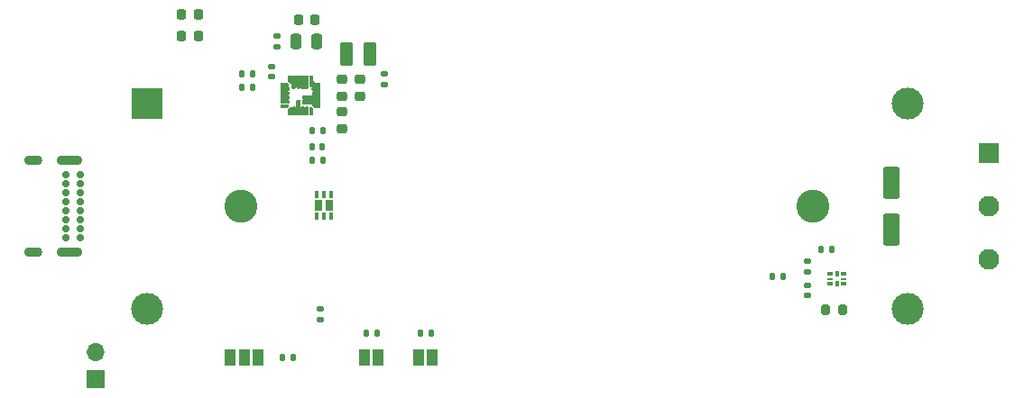
<source format=gts>
%TF.GenerationSoftware,KiCad,Pcbnew,(6.0.7-1)-1*%
%TF.CreationDate,2023-01-10T14:36:04-05:00*%
%TF.ProjectId,LiIonUtilityBoard,4c69496f-6e55-4746-996c-697479426f61,rev?*%
%TF.SameCoordinates,Original*%
%TF.FileFunction,Soldermask,Top*%
%TF.FilePolarity,Negative*%
%FSLAX46Y46*%
G04 Gerber Fmt 4.6, Leading zero omitted, Abs format (unit mm)*
G04 Created by KiCad (PCBNEW (6.0.7-1)-1) date 2023-01-10 14:36:04*
%MOMM*%
%LPD*%
G01*
G04 APERTURE LIST*
G04 Aperture macros list*
%AMRoundRect*
0 Rectangle with rounded corners*
0 $1 Rounding radius*
0 $2 $3 $4 $5 $6 $7 $8 $9 X,Y pos of 4 corners*
0 Add a 4 corners polygon primitive as box body*
4,1,4,$2,$3,$4,$5,$6,$7,$8,$9,$2,$3,0*
0 Add four circle primitives for the rounded corners*
1,1,$1+$1,$2,$3*
1,1,$1+$1,$4,$5*
1,1,$1+$1,$6,$7*
1,1,$1+$1,$8,$9*
0 Add four rect primitives between the rounded corners*
20,1,$1+$1,$2,$3,$4,$5,0*
20,1,$1+$1,$4,$5,$6,$7,0*
20,1,$1+$1,$6,$7,$8,$9,0*
20,1,$1+$1,$8,$9,$2,$3,0*%
G04 Aperture macros list end*
%ADD10C,0.010000*%
%ADD11RoundRect,0.250000X-0.550000X1.250000X-0.550000X-1.250000X0.550000X-1.250000X0.550000X1.250000X0*%
%ADD12RoundRect,0.218750X-0.218750X-0.256250X0.218750X-0.256250X0.218750X0.256250X-0.218750X0.256250X0*%
%ADD13R,0.580000X0.300000*%
%ADD14R,0.580000X0.250000*%
%ADD15R,0.350000X0.630000*%
%ADD16RoundRect,0.140000X0.140000X0.170000X-0.140000X0.170000X-0.140000X-0.170000X0.140000X-0.170000X0*%
%ADD17RoundRect,0.135000X-0.135000X-0.185000X0.135000X-0.185000X0.135000X0.185000X-0.135000X0.185000X0*%
%ADD18RoundRect,0.225000X0.250000X-0.225000X0.250000X0.225000X-0.250000X0.225000X-0.250000X-0.225000X0*%
%ADD19R,1.000000X1.500000*%
%ADD20RoundRect,0.225000X-0.225000X-0.250000X0.225000X-0.250000X0.225000X0.250000X-0.225000X0.250000X0*%
%ADD21RoundRect,0.225000X-0.250000X0.225000X-0.250000X-0.225000X0.250000X-0.225000X0.250000X0.225000X0*%
%ADD22RoundRect,0.250000X0.375000X0.850000X-0.375000X0.850000X-0.375000X-0.850000X0.375000X-0.850000X0*%
%ADD23RoundRect,0.135000X0.135000X0.185000X-0.135000X0.185000X-0.135000X-0.185000X0.135000X-0.185000X0*%
%ADD24RoundRect,0.250000X-0.250000X-0.475000X0.250000X-0.475000X0.250000X0.475000X-0.250000X0.475000X0*%
%ADD25RoundRect,0.140000X-0.170000X0.140000X-0.170000X-0.140000X0.170000X-0.140000X0.170000X0.140000X0*%
%ADD26RoundRect,0.135000X0.185000X-0.135000X0.185000X0.135000X-0.185000X0.135000X-0.185000X-0.135000X0*%
%ADD27C,0.700000*%
%ADD28O,2.400000X0.900000*%
%ADD29O,1.700000X0.900000*%
%ADD30RoundRect,0.200000X-0.200000X-0.275000X0.200000X-0.275000X0.200000X0.275000X-0.200000X0.275000X0*%
%ADD31R,1.950000X1.950000*%
%ADD32C,1.950000*%
%ADD33RoundRect,0.012800X-0.147200X0.332200X-0.147200X-0.332200X0.147200X-0.332200X0.147200X0.332200X0*%
%ADD34RoundRect,0.012800X0.147200X-0.332200X0.147200X0.332200X-0.147200X0.332200X-0.147200X-0.332200X0*%
%ADD35R,0.670000X1.000000*%
%ADD36C,3.100000*%
%ADD37R,3.000000X3.000000*%
%ADD38C,3.000000*%
%ADD39R,1.700000X1.700000*%
%ADD40O,1.700000X1.700000*%
G04 APERTURE END LIST*
G36*
X114532000Y-55912000D02*
G01*
X112999000Y-55912000D01*
X112991000Y-55911000D01*
X112984000Y-55910000D01*
X112976000Y-55909000D01*
X112968000Y-55907000D01*
X112961000Y-55905000D01*
X112953000Y-55902000D01*
X112939000Y-55896000D01*
X112925000Y-55888000D01*
X112919000Y-55883000D01*
X112913000Y-55879000D01*
X112907000Y-55873000D01*
X112901000Y-55868000D01*
X112896000Y-55862000D01*
X112890000Y-55856000D01*
X112886000Y-55850000D01*
X112881000Y-55844000D01*
X112873000Y-55830000D01*
X112867000Y-55816000D01*
X112864000Y-55808000D01*
X112862000Y-55801000D01*
X112860000Y-55793000D01*
X112859000Y-55785000D01*
X112858000Y-55778000D01*
X112857000Y-55770000D01*
X112857000Y-55704000D01*
X112858000Y-55696000D01*
X112859000Y-55689000D01*
X112860000Y-55681000D01*
X112862000Y-55673000D01*
X112864000Y-55666000D01*
X112867000Y-55658000D01*
X112873000Y-55644000D01*
X112881000Y-55630000D01*
X112886000Y-55624000D01*
X112890000Y-55618000D01*
X112896000Y-55612000D01*
X112901000Y-55606000D01*
X112907000Y-55601000D01*
X112913000Y-55595000D01*
X112919000Y-55591000D01*
X112925000Y-55586000D01*
X112939000Y-55578000D01*
X112953000Y-55572000D01*
X112961000Y-55569000D01*
X112968000Y-55567000D01*
X112976000Y-55565000D01*
X112984000Y-55564000D01*
X112991000Y-55563000D01*
X112999000Y-55562000D01*
X113782000Y-55562000D01*
X113782000Y-55354000D01*
X113783000Y-55346000D01*
X113784000Y-55339000D01*
X113785000Y-55331000D01*
X113787000Y-55323000D01*
X113789000Y-55316000D01*
X113792000Y-55308000D01*
X113798000Y-55294000D01*
X113806000Y-55280000D01*
X113811000Y-55274000D01*
X113815000Y-55268000D01*
X113821000Y-55262000D01*
X113826000Y-55256000D01*
X113832000Y-55251000D01*
X113838000Y-55245000D01*
X113844000Y-55241000D01*
X113850000Y-55236000D01*
X113864000Y-55228000D01*
X113878000Y-55222000D01*
X113886000Y-55219000D01*
X113893000Y-55217000D01*
X113901000Y-55215000D01*
X113909000Y-55214000D01*
X113916000Y-55213000D01*
X113924000Y-55212000D01*
X114532000Y-55212000D01*
X114532000Y-55912000D01*
G37*
D10*
X114532000Y-55912000D02*
X112999000Y-55912000D01*
X112991000Y-55911000D01*
X112984000Y-55910000D01*
X112976000Y-55909000D01*
X112968000Y-55907000D01*
X112961000Y-55905000D01*
X112953000Y-55902000D01*
X112939000Y-55896000D01*
X112925000Y-55888000D01*
X112919000Y-55883000D01*
X112913000Y-55879000D01*
X112907000Y-55873000D01*
X112901000Y-55868000D01*
X112896000Y-55862000D01*
X112890000Y-55856000D01*
X112886000Y-55850000D01*
X112881000Y-55844000D01*
X112873000Y-55830000D01*
X112867000Y-55816000D01*
X112864000Y-55808000D01*
X112862000Y-55801000D01*
X112860000Y-55793000D01*
X112859000Y-55785000D01*
X112858000Y-55778000D01*
X112857000Y-55770000D01*
X112857000Y-55704000D01*
X112858000Y-55696000D01*
X112859000Y-55689000D01*
X112860000Y-55681000D01*
X112862000Y-55673000D01*
X112864000Y-55666000D01*
X112867000Y-55658000D01*
X112873000Y-55644000D01*
X112881000Y-55630000D01*
X112886000Y-55624000D01*
X112890000Y-55618000D01*
X112896000Y-55612000D01*
X112901000Y-55606000D01*
X112907000Y-55601000D01*
X112913000Y-55595000D01*
X112919000Y-55591000D01*
X112925000Y-55586000D01*
X112939000Y-55578000D01*
X112953000Y-55572000D01*
X112961000Y-55569000D01*
X112968000Y-55567000D01*
X112976000Y-55565000D01*
X112984000Y-55564000D01*
X112991000Y-55563000D01*
X112999000Y-55562000D01*
X113782000Y-55562000D01*
X113782000Y-55354000D01*
X113783000Y-55346000D01*
X113784000Y-55339000D01*
X113785000Y-55331000D01*
X113787000Y-55323000D01*
X113789000Y-55316000D01*
X113792000Y-55308000D01*
X113798000Y-55294000D01*
X113806000Y-55280000D01*
X113811000Y-55274000D01*
X113815000Y-55268000D01*
X113821000Y-55262000D01*
X113826000Y-55256000D01*
X113832000Y-55251000D01*
X113838000Y-55245000D01*
X113844000Y-55241000D01*
X113850000Y-55236000D01*
X113864000Y-55228000D01*
X113878000Y-55222000D01*
X113886000Y-55219000D01*
X113893000Y-55217000D01*
X113901000Y-55215000D01*
X113909000Y-55214000D01*
X113916000Y-55213000D01*
X113924000Y-55212000D01*
X114532000Y-55212000D01*
X114532000Y-55912000D01*
G36*
X113832000Y-56824000D02*
G01*
X113832000Y-57412000D01*
X113532000Y-57412000D01*
X113532000Y-56687000D01*
X113695000Y-56687000D01*
X113832000Y-56824000D01*
G37*
X113832000Y-56824000D02*
X113832000Y-57412000D01*
X113532000Y-57412000D01*
X113532000Y-56687000D01*
X113695000Y-56687000D01*
X113832000Y-56824000D01*
G36*
X111473000Y-54813000D02*
G01*
X111480000Y-54814000D01*
X111488000Y-54815000D01*
X111496000Y-54817000D01*
X111503000Y-54819000D01*
X111511000Y-54822000D01*
X111525000Y-54828000D01*
X111539000Y-54836000D01*
X111545000Y-54841000D01*
X111551000Y-54845000D01*
X111557000Y-54851000D01*
X111563000Y-54856000D01*
X111568000Y-54862000D01*
X111574000Y-54868000D01*
X111578000Y-54874000D01*
X111583000Y-54880000D01*
X111591000Y-54894000D01*
X111597000Y-54908000D01*
X111600000Y-54916000D01*
X111602000Y-54923000D01*
X111604000Y-54931000D01*
X111605000Y-54939000D01*
X111606000Y-54946000D01*
X111607000Y-54954000D01*
X111607000Y-54970000D01*
X111606000Y-54978000D01*
X111605000Y-54985000D01*
X111604000Y-54993000D01*
X111602000Y-55001000D01*
X111600000Y-55008000D01*
X111597000Y-55016000D01*
X111591000Y-55030000D01*
X111583000Y-55044000D01*
X111578000Y-55050000D01*
X111574000Y-55056000D01*
X111568000Y-55062000D01*
X111563000Y-55068000D01*
X111557000Y-55073000D01*
X111551000Y-55079000D01*
X111545000Y-55083000D01*
X111539000Y-55088000D01*
X111525000Y-55096000D01*
X111511000Y-55102000D01*
X111503000Y-55105000D01*
X111496000Y-55107000D01*
X111488000Y-55109000D01*
X111480000Y-55110000D01*
X111473000Y-55111000D01*
X111465000Y-55112000D01*
X110832000Y-55112000D01*
X110832000Y-54812000D01*
X111465000Y-54812000D01*
X111473000Y-54813000D01*
G37*
X111473000Y-54813000D02*
X111480000Y-54814000D01*
X111488000Y-54815000D01*
X111496000Y-54817000D01*
X111503000Y-54819000D01*
X111511000Y-54822000D01*
X111525000Y-54828000D01*
X111539000Y-54836000D01*
X111545000Y-54841000D01*
X111551000Y-54845000D01*
X111557000Y-54851000D01*
X111563000Y-54856000D01*
X111568000Y-54862000D01*
X111574000Y-54868000D01*
X111578000Y-54874000D01*
X111583000Y-54880000D01*
X111591000Y-54894000D01*
X111597000Y-54908000D01*
X111600000Y-54916000D01*
X111602000Y-54923000D01*
X111604000Y-54931000D01*
X111605000Y-54939000D01*
X111606000Y-54946000D01*
X111607000Y-54954000D01*
X111607000Y-54970000D01*
X111606000Y-54978000D01*
X111605000Y-54985000D01*
X111604000Y-54993000D01*
X111602000Y-55001000D01*
X111600000Y-55008000D01*
X111597000Y-55016000D01*
X111591000Y-55030000D01*
X111583000Y-55044000D01*
X111578000Y-55050000D01*
X111574000Y-55056000D01*
X111568000Y-55062000D01*
X111563000Y-55068000D01*
X111557000Y-55073000D01*
X111551000Y-55079000D01*
X111545000Y-55083000D01*
X111539000Y-55088000D01*
X111525000Y-55096000D01*
X111511000Y-55102000D01*
X111503000Y-55105000D01*
X111496000Y-55107000D01*
X111488000Y-55109000D01*
X111480000Y-55110000D01*
X111473000Y-55111000D01*
X111465000Y-55112000D01*
X110832000Y-55112000D01*
X110832000Y-54812000D01*
X111465000Y-54812000D01*
X111473000Y-54813000D01*
G36*
X113832000Y-54187000D02*
G01*
X114057000Y-54412000D01*
X114532000Y-54412000D01*
X114532000Y-54712000D01*
X113674000Y-54712000D01*
X113666000Y-54711000D01*
X113659000Y-54710000D01*
X113651000Y-54709000D01*
X113643000Y-54707000D01*
X113636000Y-54705000D01*
X113628000Y-54702000D01*
X113614000Y-54696000D01*
X113600000Y-54688000D01*
X113594000Y-54683000D01*
X113588000Y-54679000D01*
X113582000Y-54673000D01*
X113576000Y-54668000D01*
X113571000Y-54662000D01*
X113565000Y-54656000D01*
X113561000Y-54650000D01*
X113556000Y-54644000D01*
X113548000Y-54630000D01*
X113542000Y-54616000D01*
X113539000Y-54608000D01*
X113537000Y-54601000D01*
X113535000Y-54593000D01*
X113534000Y-54585000D01*
X113533000Y-54578000D01*
X113532000Y-54570000D01*
X113532000Y-53712000D01*
X113832000Y-53712000D01*
X113832000Y-54187000D01*
G37*
X113832000Y-54187000D02*
X114057000Y-54412000D01*
X114532000Y-54412000D01*
X114532000Y-54712000D01*
X113674000Y-54712000D01*
X113666000Y-54711000D01*
X113659000Y-54710000D01*
X113651000Y-54709000D01*
X113643000Y-54707000D01*
X113636000Y-54705000D01*
X113628000Y-54702000D01*
X113614000Y-54696000D01*
X113600000Y-54688000D01*
X113594000Y-54683000D01*
X113588000Y-54679000D01*
X113582000Y-54673000D01*
X113576000Y-54668000D01*
X113571000Y-54662000D01*
X113565000Y-54656000D01*
X113561000Y-54650000D01*
X113556000Y-54644000D01*
X113548000Y-54630000D01*
X113542000Y-54616000D01*
X113539000Y-54608000D01*
X113537000Y-54601000D01*
X113535000Y-54593000D01*
X113534000Y-54585000D01*
X113533000Y-54578000D01*
X113532000Y-54570000D01*
X113532000Y-53712000D01*
X113832000Y-53712000D01*
X113832000Y-54187000D01*
G36*
X112232000Y-54745000D02*
G01*
X112231000Y-54753000D01*
X112230000Y-54760000D01*
X112229000Y-54768000D01*
X112227000Y-54776000D01*
X112225000Y-54783000D01*
X112222000Y-54791000D01*
X112216000Y-54805000D01*
X112208000Y-54819000D01*
X112203000Y-54825000D01*
X112199000Y-54831000D01*
X112193000Y-54837000D01*
X112188000Y-54843000D01*
X112182000Y-54848000D01*
X112176000Y-54854000D01*
X112170000Y-54858000D01*
X112164000Y-54863000D01*
X112150000Y-54871000D01*
X112136000Y-54877000D01*
X112128000Y-54880000D01*
X112121000Y-54882000D01*
X112113000Y-54884000D01*
X112105000Y-54885000D01*
X112098000Y-54886000D01*
X112090000Y-54887000D01*
X112024000Y-54887000D01*
X112016000Y-54886000D01*
X112009000Y-54885000D01*
X112001000Y-54884000D01*
X111993000Y-54882000D01*
X111986000Y-54880000D01*
X111978000Y-54877000D01*
X111964000Y-54871000D01*
X111950000Y-54863000D01*
X111944000Y-54858000D01*
X111938000Y-54854000D01*
X111932000Y-54848000D01*
X111926000Y-54843000D01*
X111921000Y-54837000D01*
X111915000Y-54831000D01*
X111911000Y-54825000D01*
X111906000Y-54819000D01*
X111898000Y-54805000D01*
X111892000Y-54791000D01*
X111889000Y-54783000D01*
X111887000Y-54776000D01*
X111885000Y-54768000D01*
X111884000Y-54760000D01*
X111883000Y-54753000D01*
X111882000Y-54745000D01*
X111882000Y-54412000D01*
X111669000Y-54412000D01*
X111532000Y-54275000D01*
X111532000Y-53712000D01*
X112232000Y-53712000D01*
X112232000Y-54745000D01*
G37*
X112232000Y-54745000D02*
X112231000Y-54753000D01*
X112230000Y-54760000D01*
X112229000Y-54768000D01*
X112227000Y-54776000D01*
X112225000Y-54783000D01*
X112222000Y-54791000D01*
X112216000Y-54805000D01*
X112208000Y-54819000D01*
X112203000Y-54825000D01*
X112199000Y-54831000D01*
X112193000Y-54837000D01*
X112188000Y-54843000D01*
X112182000Y-54848000D01*
X112176000Y-54854000D01*
X112170000Y-54858000D01*
X112164000Y-54863000D01*
X112150000Y-54871000D01*
X112136000Y-54877000D01*
X112128000Y-54880000D01*
X112121000Y-54882000D01*
X112113000Y-54884000D01*
X112105000Y-54885000D01*
X112098000Y-54886000D01*
X112090000Y-54887000D01*
X112024000Y-54887000D01*
X112016000Y-54886000D01*
X112009000Y-54885000D01*
X112001000Y-54884000D01*
X111993000Y-54882000D01*
X111986000Y-54880000D01*
X111978000Y-54877000D01*
X111964000Y-54871000D01*
X111950000Y-54863000D01*
X111944000Y-54858000D01*
X111938000Y-54854000D01*
X111932000Y-54848000D01*
X111926000Y-54843000D01*
X111921000Y-54837000D01*
X111915000Y-54831000D01*
X111911000Y-54825000D01*
X111906000Y-54819000D01*
X111898000Y-54805000D01*
X111892000Y-54791000D01*
X111889000Y-54783000D01*
X111887000Y-54776000D01*
X111885000Y-54768000D01*
X111884000Y-54760000D01*
X111883000Y-54753000D01*
X111882000Y-54745000D01*
X111882000Y-54412000D01*
X111669000Y-54412000D01*
X111532000Y-54275000D01*
X111532000Y-53712000D01*
X112232000Y-53712000D01*
X112232000Y-54745000D01*
G36*
X112898000Y-56638000D02*
G01*
X112905000Y-56639000D01*
X112913000Y-56640000D01*
X112921000Y-56642000D01*
X112928000Y-56644000D01*
X112936000Y-56647000D01*
X112950000Y-56653000D01*
X112964000Y-56661000D01*
X112970000Y-56666000D01*
X112976000Y-56670000D01*
X112982000Y-56676000D01*
X112988000Y-56681000D01*
X112993000Y-56687000D01*
X112999000Y-56693000D01*
X113003000Y-56699000D01*
X113008000Y-56705000D01*
X113016000Y-56719000D01*
X113022000Y-56733000D01*
X113025000Y-56741000D01*
X113027000Y-56748000D01*
X113029000Y-56756000D01*
X113030000Y-56764000D01*
X113031000Y-56771000D01*
X113032000Y-56779000D01*
X113032000Y-57412000D01*
X112732000Y-57412000D01*
X112732000Y-56779000D01*
X112733000Y-56771000D01*
X112734000Y-56764000D01*
X112735000Y-56756000D01*
X112737000Y-56748000D01*
X112739000Y-56741000D01*
X112742000Y-56733000D01*
X112748000Y-56719000D01*
X112756000Y-56705000D01*
X112761000Y-56699000D01*
X112765000Y-56693000D01*
X112771000Y-56687000D01*
X112776000Y-56681000D01*
X112782000Y-56676000D01*
X112788000Y-56670000D01*
X112794000Y-56666000D01*
X112800000Y-56661000D01*
X112814000Y-56653000D01*
X112828000Y-56647000D01*
X112836000Y-56644000D01*
X112843000Y-56642000D01*
X112851000Y-56640000D01*
X112859000Y-56639000D01*
X112866000Y-56638000D01*
X112874000Y-56637000D01*
X112890000Y-56637000D01*
X112898000Y-56638000D01*
G37*
X112898000Y-56638000D02*
X112905000Y-56639000D01*
X112913000Y-56640000D01*
X112921000Y-56642000D01*
X112928000Y-56644000D01*
X112936000Y-56647000D01*
X112950000Y-56653000D01*
X112964000Y-56661000D01*
X112970000Y-56666000D01*
X112976000Y-56670000D01*
X112982000Y-56676000D01*
X112988000Y-56681000D01*
X112993000Y-56687000D01*
X112999000Y-56693000D01*
X113003000Y-56699000D01*
X113008000Y-56705000D01*
X113016000Y-56719000D01*
X113022000Y-56733000D01*
X113025000Y-56741000D01*
X113027000Y-56748000D01*
X113029000Y-56756000D01*
X113030000Y-56764000D01*
X113031000Y-56771000D01*
X113032000Y-56779000D01*
X113032000Y-57412000D01*
X112732000Y-57412000D01*
X112732000Y-56779000D01*
X112733000Y-56771000D01*
X112734000Y-56764000D01*
X112735000Y-56756000D01*
X112737000Y-56748000D01*
X112739000Y-56741000D01*
X112742000Y-56733000D01*
X112748000Y-56719000D01*
X112756000Y-56705000D01*
X112761000Y-56699000D01*
X112765000Y-56693000D01*
X112771000Y-56687000D01*
X112776000Y-56681000D01*
X112782000Y-56676000D01*
X112788000Y-56670000D01*
X112794000Y-56666000D01*
X112800000Y-56661000D01*
X112814000Y-56653000D01*
X112828000Y-56647000D01*
X112836000Y-56644000D01*
X112843000Y-56642000D01*
X112851000Y-56640000D01*
X112859000Y-56639000D01*
X112866000Y-56638000D01*
X112874000Y-56637000D01*
X112890000Y-56637000D01*
X112898000Y-56638000D01*
G36*
X113432000Y-54745000D02*
G01*
X113431000Y-54753000D01*
X113430000Y-54760000D01*
X113429000Y-54768000D01*
X113427000Y-54776000D01*
X113425000Y-54783000D01*
X113422000Y-54791000D01*
X113416000Y-54805000D01*
X113408000Y-54819000D01*
X113403000Y-54825000D01*
X113399000Y-54831000D01*
X113393000Y-54837000D01*
X113388000Y-54843000D01*
X113382000Y-54848000D01*
X113376000Y-54854000D01*
X113370000Y-54858000D01*
X113364000Y-54863000D01*
X113350000Y-54871000D01*
X113336000Y-54877000D01*
X113328000Y-54880000D01*
X113321000Y-54882000D01*
X113313000Y-54884000D01*
X113305000Y-54885000D01*
X113298000Y-54886000D01*
X113290000Y-54887000D01*
X112874000Y-54887000D01*
X112866000Y-54886000D01*
X112859000Y-54885000D01*
X112851000Y-54884000D01*
X112843000Y-54882000D01*
X112836000Y-54880000D01*
X112828000Y-54877000D01*
X112814000Y-54871000D01*
X112800000Y-54863000D01*
X112794000Y-54858000D01*
X112788000Y-54854000D01*
X112782000Y-54848000D01*
X112776000Y-54843000D01*
X112771000Y-54837000D01*
X112765000Y-54831000D01*
X112761000Y-54825000D01*
X112756000Y-54819000D01*
X112748000Y-54805000D01*
X112742000Y-54791000D01*
X112739000Y-54783000D01*
X112737000Y-54776000D01*
X112735000Y-54768000D01*
X112734000Y-54760000D01*
X112733000Y-54753000D01*
X112732000Y-54745000D01*
X112732000Y-53712000D01*
X113432000Y-53712000D01*
X113432000Y-54745000D01*
G37*
X113432000Y-54745000D02*
X113431000Y-54753000D01*
X113430000Y-54760000D01*
X113429000Y-54768000D01*
X113427000Y-54776000D01*
X113425000Y-54783000D01*
X113422000Y-54791000D01*
X113416000Y-54805000D01*
X113408000Y-54819000D01*
X113403000Y-54825000D01*
X113399000Y-54831000D01*
X113393000Y-54837000D01*
X113388000Y-54843000D01*
X113382000Y-54848000D01*
X113376000Y-54854000D01*
X113370000Y-54858000D01*
X113364000Y-54863000D01*
X113350000Y-54871000D01*
X113336000Y-54877000D01*
X113328000Y-54880000D01*
X113321000Y-54882000D01*
X113313000Y-54884000D01*
X113305000Y-54885000D01*
X113298000Y-54886000D01*
X113290000Y-54887000D01*
X112874000Y-54887000D01*
X112866000Y-54886000D01*
X112859000Y-54885000D01*
X112851000Y-54884000D01*
X112843000Y-54882000D01*
X112836000Y-54880000D01*
X112828000Y-54877000D01*
X112814000Y-54871000D01*
X112800000Y-54863000D01*
X112794000Y-54858000D01*
X112788000Y-54854000D01*
X112782000Y-54848000D01*
X112776000Y-54843000D01*
X112771000Y-54837000D01*
X112765000Y-54831000D01*
X112761000Y-54825000D01*
X112756000Y-54819000D01*
X112748000Y-54805000D01*
X112742000Y-54791000D01*
X112739000Y-54783000D01*
X112737000Y-54776000D01*
X112735000Y-54768000D01*
X112734000Y-54760000D01*
X112733000Y-54753000D01*
X112732000Y-54745000D01*
X112732000Y-53712000D01*
X113432000Y-53712000D01*
X113432000Y-54745000D01*
G36*
X113298000Y-56638000D02*
G01*
X113305000Y-56639000D01*
X113313000Y-56640000D01*
X113321000Y-56642000D01*
X113328000Y-56644000D01*
X113336000Y-56647000D01*
X113350000Y-56653000D01*
X113364000Y-56661000D01*
X113370000Y-56666000D01*
X113376000Y-56670000D01*
X113382000Y-56676000D01*
X113388000Y-56681000D01*
X113393000Y-56687000D01*
X113399000Y-56693000D01*
X113403000Y-56699000D01*
X113408000Y-56705000D01*
X113416000Y-56719000D01*
X113422000Y-56733000D01*
X113425000Y-56741000D01*
X113427000Y-56748000D01*
X113429000Y-56756000D01*
X113430000Y-56764000D01*
X113431000Y-56771000D01*
X113432000Y-56779000D01*
X113432000Y-57412000D01*
X113132000Y-57412000D01*
X113132000Y-56779000D01*
X113133000Y-56771000D01*
X113134000Y-56764000D01*
X113135000Y-56756000D01*
X113137000Y-56748000D01*
X113139000Y-56741000D01*
X113142000Y-56733000D01*
X113148000Y-56719000D01*
X113156000Y-56705000D01*
X113161000Y-56699000D01*
X113165000Y-56693000D01*
X113171000Y-56687000D01*
X113176000Y-56681000D01*
X113182000Y-56676000D01*
X113188000Y-56670000D01*
X113194000Y-56666000D01*
X113200000Y-56661000D01*
X113214000Y-56653000D01*
X113228000Y-56647000D01*
X113236000Y-56644000D01*
X113243000Y-56642000D01*
X113251000Y-56640000D01*
X113259000Y-56639000D01*
X113266000Y-56638000D01*
X113274000Y-56637000D01*
X113290000Y-56637000D01*
X113298000Y-56638000D01*
G37*
X113298000Y-56638000D02*
X113305000Y-56639000D01*
X113313000Y-56640000D01*
X113321000Y-56642000D01*
X113328000Y-56644000D01*
X113336000Y-56647000D01*
X113350000Y-56653000D01*
X113364000Y-56661000D01*
X113370000Y-56666000D01*
X113376000Y-56670000D01*
X113382000Y-56676000D01*
X113388000Y-56681000D01*
X113393000Y-56687000D01*
X113399000Y-56693000D01*
X113403000Y-56699000D01*
X113408000Y-56705000D01*
X113416000Y-56719000D01*
X113422000Y-56733000D01*
X113425000Y-56741000D01*
X113427000Y-56748000D01*
X113429000Y-56756000D01*
X113430000Y-56764000D01*
X113431000Y-56771000D01*
X113432000Y-56779000D01*
X113432000Y-57412000D01*
X113132000Y-57412000D01*
X113132000Y-56779000D01*
X113133000Y-56771000D01*
X113134000Y-56764000D01*
X113135000Y-56756000D01*
X113137000Y-56748000D01*
X113139000Y-56741000D01*
X113142000Y-56733000D01*
X113148000Y-56719000D01*
X113156000Y-56705000D01*
X113161000Y-56699000D01*
X113165000Y-56693000D01*
X113171000Y-56687000D01*
X113176000Y-56681000D01*
X113182000Y-56676000D01*
X113188000Y-56670000D01*
X113194000Y-56666000D01*
X113200000Y-56661000D01*
X113214000Y-56653000D01*
X113228000Y-56647000D01*
X113236000Y-56644000D01*
X113243000Y-56642000D01*
X113251000Y-56640000D01*
X113259000Y-56639000D01*
X113266000Y-56638000D01*
X113274000Y-56637000D01*
X113290000Y-56637000D01*
X113298000Y-56638000D01*
G36*
X111473000Y-56013000D02*
G01*
X111480000Y-56014000D01*
X111488000Y-56015000D01*
X111496000Y-56017000D01*
X111503000Y-56019000D01*
X111511000Y-56022000D01*
X111525000Y-56028000D01*
X111539000Y-56036000D01*
X111545000Y-56041000D01*
X111551000Y-56045000D01*
X111557000Y-56051000D01*
X111563000Y-56056000D01*
X111568000Y-56062000D01*
X111574000Y-56068000D01*
X111578000Y-56074000D01*
X111583000Y-56080000D01*
X111591000Y-56094000D01*
X111597000Y-56108000D01*
X111600000Y-56116000D01*
X111602000Y-56123000D01*
X111604000Y-56131000D01*
X111605000Y-56139000D01*
X111606000Y-56146000D01*
X111607000Y-56154000D01*
X111607000Y-56170000D01*
X111606000Y-56178000D01*
X111605000Y-56185000D01*
X111604000Y-56193000D01*
X111602000Y-56201000D01*
X111600000Y-56208000D01*
X111597000Y-56216000D01*
X111591000Y-56230000D01*
X111583000Y-56244000D01*
X111578000Y-56250000D01*
X111574000Y-56256000D01*
X111568000Y-56262000D01*
X111563000Y-56268000D01*
X111557000Y-56273000D01*
X111551000Y-56279000D01*
X111545000Y-56283000D01*
X111539000Y-56288000D01*
X111525000Y-56296000D01*
X111511000Y-56302000D01*
X111503000Y-56305000D01*
X111496000Y-56307000D01*
X111488000Y-56309000D01*
X111480000Y-56310000D01*
X111473000Y-56311000D01*
X111465000Y-56312000D01*
X110832000Y-56312000D01*
X110832000Y-56012000D01*
X111465000Y-56012000D01*
X111473000Y-56013000D01*
G37*
X111473000Y-56013000D02*
X111480000Y-56014000D01*
X111488000Y-56015000D01*
X111496000Y-56017000D01*
X111503000Y-56019000D01*
X111511000Y-56022000D01*
X111525000Y-56028000D01*
X111539000Y-56036000D01*
X111545000Y-56041000D01*
X111551000Y-56045000D01*
X111557000Y-56051000D01*
X111563000Y-56056000D01*
X111568000Y-56062000D01*
X111574000Y-56068000D01*
X111578000Y-56074000D01*
X111583000Y-56080000D01*
X111591000Y-56094000D01*
X111597000Y-56108000D01*
X111600000Y-56116000D01*
X111602000Y-56123000D01*
X111604000Y-56131000D01*
X111605000Y-56139000D01*
X111606000Y-56146000D01*
X111607000Y-56154000D01*
X111607000Y-56170000D01*
X111606000Y-56178000D01*
X111605000Y-56185000D01*
X111604000Y-56193000D01*
X111602000Y-56201000D01*
X111600000Y-56208000D01*
X111597000Y-56216000D01*
X111591000Y-56230000D01*
X111583000Y-56244000D01*
X111578000Y-56250000D01*
X111574000Y-56256000D01*
X111568000Y-56262000D01*
X111563000Y-56268000D01*
X111557000Y-56273000D01*
X111551000Y-56279000D01*
X111545000Y-56283000D01*
X111539000Y-56288000D01*
X111525000Y-56296000D01*
X111511000Y-56302000D01*
X111503000Y-56305000D01*
X111496000Y-56307000D01*
X111488000Y-56309000D01*
X111480000Y-56310000D01*
X111473000Y-56311000D01*
X111465000Y-56312000D01*
X110832000Y-56312000D01*
X110832000Y-56012000D01*
X111465000Y-56012000D01*
X111473000Y-56013000D01*
G36*
X111473000Y-55213000D02*
G01*
X111480000Y-55214000D01*
X111488000Y-55215000D01*
X111496000Y-55217000D01*
X111503000Y-55219000D01*
X111511000Y-55222000D01*
X111525000Y-55228000D01*
X111539000Y-55236000D01*
X111545000Y-55241000D01*
X111551000Y-55245000D01*
X111557000Y-55251000D01*
X111563000Y-55256000D01*
X111568000Y-55262000D01*
X111574000Y-55268000D01*
X111578000Y-55274000D01*
X111583000Y-55280000D01*
X111591000Y-55294000D01*
X111597000Y-55308000D01*
X111600000Y-55316000D01*
X111602000Y-55323000D01*
X111604000Y-55331000D01*
X111605000Y-55339000D01*
X111606000Y-55346000D01*
X111607000Y-55354000D01*
X111607000Y-55370000D01*
X111606000Y-55378000D01*
X111605000Y-55385000D01*
X111604000Y-55393000D01*
X111602000Y-55401000D01*
X111600000Y-55408000D01*
X111597000Y-55416000D01*
X111591000Y-55430000D01*
X111583000Y-55444000D01*
X111578000Y-55450000D01*
X111574000Y-55456000D01*
X111568000Y-55462000D01*
X111563000Y-55468000D01*
X111557000Y-55473000D01*
X111551000Y-55479000D01*
X111545000Y-55483000D01*
X111539000Y-55488000D01*
X111525000Y-55496000D01*
X111511000Y-55502000D01*
X111503000Y-55505000D01*
X111496000Y-55507000D01*
X111488000Y-55509000D01*
X111480000Y-55510000D01*
X111473000Y-55511000D01*
X111465000Y-55512000D01*
X110832000Y-55512000D01*
X110832000Y-55212000D01*
X111465000Y-55212000D01*
X111473000Y-55213000D01*
G37*
X111473000Y-55213000D02*
X111480000Y-55214000D01*
X111488000Y-55215000D01*
X111496000Y-55217000D01*
X111503000Y-55219000D01*
X111511000Y-55222000D01*
X111525000Y-55228000D01*
X111539000Y-55236000D01*
X111545000Y-55241000D01*
X111551000Y-55245000D01*
X111557000Y-55251000D01*
X111563000Y-55256000D01*
X111568000Y-55262000D01*
X111574000Y-55268000D01*
X111578000Y-55274000D01*
X111583000Y-55280000D01*
X111591000Y-55294000D01*
X111597000Y-55308000D01*
X111600000Y-55316000D01*
X111602000Y-55323000D01*
X111604000Y-55331000D01*
X111605000Y-55339000D01*
X111606000Y-55346000D01*
X111607000Y-55354000D01*
X111607000Y-55370000D01*
X111606000Y-55378000D01*
X111605000Y-55385000D01*
X111604000Y-55393000D01*
X111602000Y-55401000D01*
X111600000Y-55408000D01*
X111597000Y-55416000D01*
X111591000Y-55430000D01*
X111583000Y-55444000D01*
X111578000Y-55450000D01*
X111574000Y-55456000D01*
X111568000Y-55462000D01*
X111563000Y-55468000D01*
X111557000Y-55473000D01*
X111551000Y-55479000D01*
X111545000Y-55483000D01*
X111539000Y-55488000D01*
X111525000Y-55496000D01*
X111511000Y-55502000D01*
X111503000Y-55505000D01*
X111496000Y-55507000D01*
X111488000Y-55509000D01*
X111480000Y-55510000D01*
X111473000Y-55511000D01*
X111465000Y-55512000D01*
X110832000Y-55512000D01*
X110832000Y-55212000D01*
X111465000Y-55212000D01*
X111473000Y-55213000D01*
G36*
X111557000Y-54549000D02*
G01*
X111557000Y-54712000D01*
X110832000Y-54712000D01*
X110832000Y-54412000D01*
X111420000Y-54412000D01*
X111557000Y-54549000D01*
G37*
X111557000Y-54549000D02*
X111557000Y-54712000D01*
X110832000Y-54712000D01*
X110832000Y-54412000D01*
X111420000Y-54412000D01*
X111557000Y-54549000D01*
G36*
X111832000Y-57412000D02*
G01*
X111532000Y-57412000D01*
X111532000Y-56824000D01*
X111669000Y-56687000D01*
X111832000Y-56687000D01*
X111832000Y-57412000D01*
G37*
X111832000Y-57412000D02*
X111532000Y-57412000D01*
X111532000Y-56824000D01*
X111669000Y-56687000D01*
X111832000Y-56687000D01*
X111832000Y-57412000D01*
G36*
X112498000Y-55988000D02*
G01*
X112505000Y-55989000D01*
X112513000Y-55990000D01*
X112521000Y-55992000D01*
X112528000Y-55994000D01*
X112536000Y-55997000D01*
X112550000Y-56003000D01*
X112564000Y-56011000D01*
X112570000Y-56016000D01*
X112576000Y-56020000D01*
X112582000Y-56026000D01*
X112588000Y-56031000D01*
X112593000Y-56037000D01*
X112599000Y-56043000D01*
X112603000Y-56049000D01*
X112608000Y-56055000D01*
X112616000Y-56069000D01*
X112622000Y-56083000D01*
X112625000Y-56091000D01*
X112627000Y-56098000D01*
X112629000Y-56106000D01*
X112630000Y-56114000D01*
X112631000Y-56121000D01*
X112632000Y-56129000D01*
X112632000Y-57412000D01*
X112332000Y-57412000D01*
X112332000Y-56129000D01*
X112333000Y-56121000D01*
X112334000Y-56114000D01*
X112335000Y-56106000D01*
X112337000Y-56098000D01*
X112339000Y-56091000D01*
X112342000Y-56083000D01*
X112348000Y-56069000D01*
X112356000Y-56055000D01*
X112361000Y-56049000D01*
X112365000Y-56043000D01*
X112371000Y-56037000D01*
X112376000Y-56031000D01*
X112382000Y-56026000D01*
X112388000Y-56020000D01*
X112394000Y-56016000D01*
X112400000Y-56011000D01*
X112414000Y-56003000D01*
X112428000Y-55997000D01*
X112436000Y-55994000D01*
X112443000Y-55992000D01*
X112451000Y-55990000D01*
X112459000Y-55989000D01*
X112466000Y-55988000D01*
X112474000Y-55987000D01*
X112490000Y-55987000D01*
X112498000Y-55988000D01*
G37*
X112498000Y-55988000D02*
X112505000Y-55989000D01*
X112513000Y-55990000D01*
X112521000Y-55992000D01*
X112528000Y-55994000D01*
X112536000Y-55997000D01*
X112550000Y-56003000D01*
X112564000Y-56011000D01*
X112570000Y-56016000D01*
X112576000Y-56020000D01*
X112582000Y-56026000D01*
X112588000Y-56031000D01*
X112593000Y-56037000D01*
X112599000Y-56043000D01*
X112603000Y-56049000D01*
X112608000Y-56055000D01*
X112616000Y-56069000D01*
X112622000Y-56083000D01*
X112625000Y-56091000D01*
X112627000Y-56098000D01*
X112629000Y-56106000D01*
X112630000Y-56114000D01*
X112631000Y-56121000D01*
X112632000Y-56129000D01*
X112632000Y-57412000D01*
X112332000Y-57412000D01*
X112332000Y-56129000D01*
X112333000Y-56121000D01*
X112334000Y-56114000D01*
X112335000Y-56106000D01*
X112337000Y-56098000D01*
X112339000Y-56091000D01*
X112342000Y-56083000D01*
X112348000Y-56069000D01*
X112356000Y-56055000D01*
X112361000Y-56049000D01*
X112365000Y-56043000D01*
X112371000Y-56037000D01*
X112376000Y-56031000D01*
X112382000Y-56026000D01*
X112388000Y-56020000D01*
X112394000Y-56016000D01*
X112400000Y-56011000D01*
X112414000Y-56003000D01*
X112428000Y-55997000D01*
X112436000Y-55994000D01*
X112443000Y-55992000D01*
X112451000Y-55990000D01*
X112459000Y-55989000D01*
X112466000Y-55988000D01*
X112474000Y-55987000D01*
X112490000Y-55987000D01*
X112498000Y-55988000D01*
G36*
X112098000Y-56638000D02*
G01*
X112105000Y-56639000D01*
X112113000Y-56640000D01*
X112121000Y-56642000D01*
X112128000Y-56644000D01*
X112136000Y-56647000D01*
X112150000Y-56653000D01*
X112164000Y-56661000D01*
X112170000Y-56666000D01*
X112176000Y-56670000D01*
X112182000Y-56676000D01*
X112188000Y-56681000D01*
X112193000Y-56687000D01*
X112199000Y-56693000D01*
X112203000Y-56699000D01*
X112208000Y-56705000D01*
X112216000Y-56719000D01*
X112222000Y-56733000D01*
X112225000Y-56741000D01*
X112227000Y-56748000D01*
X112229000Y-56756000D01*
X112230000Y-56764000D01*
X112231000Y-56771000D01*
X112232000Y-56779000D01*
X112232000Y-57412000D01*
X111932000Y-57412000D01*
X111932000Y-56779000D01*
X111933000Y-56771000D01*
X111934000Y-56764000D01*
X111935000Y-56756000D01*
X111937000Y-56748000D01*
X111939000Y-56741000D01*
X111942000Y-56733000D01*
X111948000Y-56719000D01*
X111956000Y-56705000D01*
X111961000Y-56699000D01*
X111965000Y-56693000D01*
X111971000Y-56687000D01*
X111976000Y-56681000D01*
X111982000Y-56676000D01*
X111988000Y-56670000D01*
X111994000Y-56666000D01*
X112000000Y-56661000D01*
X112014000Y-56653000D01*
X112028000Y-56647000D01*
X112036000Y-56644000D01*
X112043000Y-56642000D01*
X112051000Y-56640000D01*
X112059000Y-56639000D01*
X112066000Y-56638000D01*
X112074000Y-56637000D01*
X112090000Y-56637000D01*
X112098000Y-56638000D01*
G37*
X112098000Y-56638000D02*
X112105000Y-56639000D01*
X112113000Y-56640000D01*
X112121000Y-56642000D01*
X112128000Y-56644000D01*
X112136000Y-56647000D01*
X112150000Y-56653000D01*
X112164000Y-56661000D01*
X112170000Y-56666000D01*
X112176000Y-56670000D01*
X112182000Y-56676000D01*
X112188000Y-56681000D01*
X112193000Y-56687000D01*
X112199000Y-56693000D01*
X112203000Y-56699000D01*
X112208000Y-56705000D01*
X112216000Y-56719000D01*
X112222000Y-56733000D01*
X112225000Y-56741000D01*
X112227000Y-56748000D01*
X112229000Y-56756000D01*
X112230000Y-56764000D01*
X112231000Y-56771000D01*
X112232000Y-56779000D01*
X112232000Y-57412000D01*
X111932000Y-57412000D01*
X111932000Y-56779000D01*
X111933000Y-56771000D01*
X111934000Y-56764000D01*
X111935000Y-56756000D01*
X111937000Y-56748000D01*
X111939000Y-56741000D01*
X111942000Y-56733000D01*
X111948000Y-56719000D01*
X111956000Y-56705000D01*
X111961000Y-56699000D01*
X111965000Y-56693000D01*
X111971000Y-56687000D01*
X111976000Y-56681000D01*
X111982000Y-56676000D01*
X111988000Y-56670000D01*
X111994000Y-56666000D01*
X112000000Y-56661000D01*
X112014000Y-56653000D01*
X112028000Y-56647000D01*
X112036000Y-56644000D01*
X112043000Y-56642000D01*
X112051000Y-56640000D01*
X112059000Y-56639000D01*
X112066000Y-56638000D01*
X112074000Y-56637000D01*
X112090000Y-56637000D01*
X112098000Y-56638000D01*
G36*
X112632000Y-54745000D02*
G01*
X112631000Y-54753000D01*
X112630000Y-54760000D01*
X112629000Y-54768000D01*
X112627000Y-54776000D01*
X112625000Y-54783000D01*
X112622000Y-54791000D01*
X112616000Y-54805000D01*
X112608000Y-54819000D01*
X112603000Y-54825000D01*
X112599000Y-54831000D01*
X112593000Y-54837000D01*
X112588000Y-54843000D01*
X112582000Y-54848000D01*
X112576000Y-54854000D01*
X112570000Y-54858000D01*
X112564000Y-54863000D01*
X112550000Y-54871000D01*
X112536000Y-54877000D01*
X112528000Y-54880000D01*
X112521000Y-54882000D01*
X112513000Y-54884000D01*
X112505000Y-54885000D01*
X112498000Y-54886000D01*
X112490000Y-54887000D01*
X112474000Y-54887000D01*
X112466000Y-54886000D01*
X112459000Y-54885000D01*
X112451000Y-54884000D01*
X112443000Y-54882000D01*
X112436000Y-54880000D01*
X112428000Y-54877000D01*
X112414000Y-54871000D01*
X112400000Y-54863000D01*
X112394000Y-54858000D01*
X112388000Y-54854000D01*
X112382000Y-54848000D01*
X112376000Y-54843000D01*
X112371000Y-54837000D01*
X112365000Y-54831000D01*
X112361000Y-54825000D01*
X112356000Y-54819000D01*
X112348000Y-54805000D01*
X112342000Y-54791000D01*
X112339000Y-54783000D01*
X112337000Y-54776000D01*
X112335000Y-54768000D01*
X112334000Y-54760000D01*
X112333000Y-54753000D01*
X112332000Y-54745000D01*
X112332000Y-53712000D01*
X112632000Y-53712000D01*
X112632000Y-54745000D01*
G37*
X112632000Y-54745000D02*
X112631000Y-54753000D01*
X112630000Y-54760000D01*
X112629000Y-54768000D01*
X112627000Y-54776000D01*
X112625000Y-54783000D01*
X112622000Y-54791000D01*
X112616000Y-54805000D01*
X112608000Y-54819000D01*
X112603000Y-54825000D01*
X112599000Y-54831000D01*
X112593000Y-54837000D01*
X112588000Y-54843000D01*
X112582000Y-54848000D01*
X112576000Y-54854000D01*
X112570000Y-54858000D01*
X112564000Y-54863000D01*
X112550000Y-54871000D01*
X112536000Y-54877000D01*
X112528000Y-54880000D01*
X112521000Y-54882000D01*
X112513000Y-54884000D01*
X112505000Y-54885000D01*
X112498000Y-54886000D01*
X112490000Y-54887000D01*
X112474000Y-54887000D01*
X112466000Y-54886000D01*
X112459000Y-54885000D01*
X112451000Y-54884000D01*
X112443000Y-54882000D01*
X112436000Y-54880000D01*
X112428000Y-54877000D01*
X112414000Y-54871000D01*
X112400000Y-54863000D01*
X112394000Y-54858000D01*
X112388000Y-54854000D01*
X112382000Y-54848000D01*
X112376000Y-54843000D01*
X112371000Y-54837000D01*
X112365000Y-54831000D01*
X112361000Y-54825000D01*
X112356000Y-54819000D01*
X112348000Y-54805000D01*
X112342000Y-54791000D01*
X112339000Y-54783000D01*
X112337000Y-54776000D01*
X112335000Y-54768000D01*
X112334000Y-54760000D01*
X112333000Y-54753000D01*
X112332000Y-54745000D01*
X112332000Y-53712000D01*
X112632000Y-53712000D01*
X112632000Y-54745000D01*
G36*
X111473000Y-55613000D02*
G01*
X111480000Y-55614000D01*
X111488000Y-55615000D01*
X111496000Y-55617000D01*
X111503000Y-55619000D01*
X111511000Y-55622000D01*
X111525000Y-55628000D01*
X111539000Y-55636000D01*
X111545000Y-55641000D01*
X111551000Y-55645000D01*
X111557000Y-55651000D01*
X111563000Y-55656000D01*
X111568000Y-55662000D01*
X111574000Y-55668000D01*
X111578000Y-55674000D01*
X111583000Y-55680000D01*
X111591000Y-55694000D01*
X111597000Y-55708000D01*
X111600000Y-55716000D01*
X111602000Y-55723000D01*
X111604000Y-55731000D01*
X111605000Y-55739000D01*
X111606000Y-55746000D01*
X111607000Y-55754000D01*
X111607000Y-55770000D01*
X111606000Y-55778000D01*
X111605000Y-55785000D01*
X111604000Y-55793000D01*
X111602000Y-55801000D01*
X111600000Y-55808000D01*
X111597000Y-55816000D01*
X111591000Y-55830000D01*
X111583000Y-55844000D01*
X111578000Y-55850000D01*
X111574000Y-55856000D01*
X111568000Y-55862000D01*
X111563000Y-55868000D01*
X111557000Y-55873000D01*
X111551000Y-55879000D01*
X111545000Y-55883000D01*
X111539000Y-55888000D01*
X111525000Y-55896000D01*
X111511000Y-55902000D01*
X111503000Y-55905000D01*
X111496000Y-55907000D01*
X111488000Y-55909000D01*
X111480000Y-55910000D01*
X111473000Y-55911000D01*
X111465000Y-55912000D01*
X110832000Y-55912000D01*
X110832000Y-55612000D01*
X111465000Y-55612000D01*
X111473000Y-55613000D01*
G37*
X111473000Y-55613000D02*
X111480000Y-55614000D01*
X111488000Y-55615000D01*
X111496000Y-55617000D01*
X111503000Y-55619000D01*
X111511000Y-55622000D01*
X111525000Y-55628000D01*
X111539000Y-55636000D01*
X111545000Y-55641000D01*
X111551000Y-55645000D01*
X111557000Y-55651000D01*
X111563000Y-55656000D01*
X111568000Y-55662000D01*
X111574000Y-55668000D01*
X111578000Y-55674000D01*
X111583000Y-55680000D01*
X111591000Y-55694000D01*
X111597000Y-55708000D01*
X111600000Y-55716000D01*
X111602000Y-55723000D01*
X111604000Y-55731000D01*
X111605000Y-55739000D01*
X111606000Y-55746000D01*
X111607000Y-55754000D01*
X111607000Y-55770000D01*
X111606000Y-55778000D01*
X111605000Y-55785000D01*
X111604000Y-55793000D01*
X111602000Y-55801000D01*
X111600000Y-55808000D01*
X111597000Y-55816000D01*
X111591000Y-55830000D01*
X111583000Y-55844000D01*
X111578000Y-55850000D01*
X111574000Y-55856000D01*
X111568000Y-55862000D01*
X111563000Y-55868000D01*
X111557000Y-55873000D01*
X111551000Y-55879000D01*
X111545000Y-55883000D01*
X111539000Y-55888000D01*
X111525000Y-55896000D01*
X111511000Y-55902000D01*
X111503000Y-55905000D01*
X111496000Y-55907000D01*
X111488000Y-55909000D01*
X111480000Y-55910000D01*
X111473000Y-55911000D01*
X111465000Y-55912000D01*
X110832000Y-55912000D01*
X110832000Y-55612000D01*
X111465000Y-55612000D01*
X111473000Y-55613000D01*
G36*
X111557000Y-56575000D02*
G01*
X111420000Y-56712000D01*
X110832000Y-56712000D01*
X110832000Y-56412000D01*
X111557000Y-56412000D01*
X111557000Y-56575000D01*
G37*
X111557000Y-56575000D02*
X111420000Y-56712000D01*
X110832000Y-56712000D01*
X110832000Y-56412000D01*
X111557000Y-56412000D01*
X111557000Y-56575000D01*
G36*
X114532000Y-55112000D02*
G01*
X113899000Y-55112000D01*
X113891000Y-55111000D01*
X113884000Y-55110000D01*
X113876000Y-55109000D01*
X113868000Y-55107000D01*
X113861000Y-55105000D01*
X113853000Y-55102000D01*
X113839000Y-55096000D01*
X113825000Y-55088000D01*
X113819000Y-55083000D01*
X113813000Y-55079000D01*
X113807000Y-55073000D01*
X113801000Y-55068000D01*
X113796000Y-55062000D01*
X113790000Y-55056000D01*
X113786000Y-55050000D01*
X113781000Y-55044000D01*
X113773000Y-55030000D01*
X113767000Y-55016000D01*
X113764000Y-55008000D01*
X113762000Y-55001000D01*
X113760000Y-54993000D01*
X113759000Y-54985000D01*
X113758000Y-54978000D01*
X113757000Y-54970000D01*
X113757000Y-54954000D01*
X113758000Y-54946000D01*
X113759000Y-54939000D01*
X113760000Y-54931000D01*
X113762000Y-54923000D01*
X113764000Y-54916000D01*
X113767000Y-54908000D01*
X113773000Y-54894000D01*
X113781000Y-54880000D01*
X113786000Y-54874000D01*
X113790000Y-54868000D01*
X113796000Y-54862000D01*
X113801000Y-54856000D01*
X113807000Y-54851000D01*
X113813000Y-54845000D01*
X113819000Y-54841000D01*
X113825000Y-54836000D01*
X113839000Y-54828000D01*
X113853000Y-54822000D01*
X113861000Y-54819000D01*
X113868000Y-54817000D01*
X113876000Y-54815000D01*
X113884000Y-54814000D01*
X113891000Y-54813000D01*
X113899000Y-54812000D01*
X114532000Y-54812000D01*
X114532000Y-55112000D01*
G37*
X114532000Y-55112000D02*
X113899000Y-55112000D01*
X113891000Y-55111000D01*
X113884000Y-55110000D01*
X113876000Y-55109000D01*
X113868000Y-55107000D01*
X113861000Y-55105000D01*
X113853000Y-55102000D01*
X113839000Y-55096000D01*
X113825000Y-55088000D01*
X113819000Y-55083000D01*
X113813000Y-55079000D01*
X113807000Y-55073000D01*
X113801000Y-55068000D01*
X113796000Y-55062000D01*
X113790000Y-55056000D01*
X113786000Y-55050000D01*
X113781000Y-55044000D01*
X113773000Y-55030000D01*
X113767000Y-55016000D01*
X113764000Y-55008000D01*
X113762000Y-55001000D01*
X113760000Y-54993000D01*
X113759000Y-54985000D01*
X113758000Y-54978000D01*
X113757000Y-54970000D01*
X113757000Y-54954000D01*
X113758000Y-54946000D01*
X113759000Y-54939000D01*
X113760000Y-54931000D01*
X113762000Y-54923000D01*
X113764000Y-54916000D01*
X113767000Y-54908000D01*
X113773000Y-54894000D01*
X113781000Y-54880000D01*
X113786000Y-54874000D01*
X113790000Y-54868000D01*
X113796000Y-54862000D01*
X113801000Y-54856000D01*
X113807000Y-54851000D01*
X113813000Y-54845000D01*
X113819000Y-54841000D01*
X113825000Y-54836000D01*
X113839000Y-54828000D01*
X113853000Y-54822000D01*
X113861000Y-54819000D01*
X113868000Y-54817000D01*
X113876000Y-54815000D01*
X113884000Y-54814000D01*
X113891000Y-54813000D01*
X113899000Y-54812000D01*
X114532000Y-54812000D01*
X114532000Y-55112000D01*
G36*
X114532000Y-56712000D02*
G01*
X113969000Y-56712000D01*
X113782000Y-56525000D01*
X113782000Y-56362000D01*
X112999000Y-56362000D01*
X112991000Y-56361000D01*
X112984000Y-56360000D01*
X112976000Y-56359000D01*
X112968000Y-56357000D01*
X112961000Y-56355000D01*
X112953000Y-56352000D01*
X112939000Y-56346000D01*
X112925000Y-56338000D01*
X112919000Y-56333000D01*
X112913000Y-56329000D01*
X112907000Y-56323000D01*
X112901000Y-56318000D01*
X112896000Y-56312000D01*
X112890000Y-56306000D01*
X112886000Y-56300000D01*
X112881000Y-56294000D01*
X112873000Y-56280000D01*
X112867000Y-56266000D01*
X112864000Y-56258000D01*
X112862000Y-56251000D01*
X112860000Y-56243000D01*
X112859000Y-56235000D01*
X112858000Y-56228000D01*
X112857000Y-56220000D01*
X112857000Y-56154000D01*
X112858000Y-56146000D01*
X112859000Y-56139000D01*
X112860000Y-56131000D01*
X112862000Y-56123000D01*
X112864000Y-56116000D01*
X112867000Y-56108000D01*
X112873000Y-56094000D01*
X112881000Y-56080000D01*
X112886000Y-56074000D01*
X112890000Y-56068000D01*
X112896000Y-56062000D01*
X112901000Y-56056000D01*
X112907000Y-56051000D01*
X112913000Y-56045000D01*
X112919000Y-56041000D01*
X112925000Y-56036000D01*
X112939000Y-56028000D01*
X112953000Y-56022000D01*
X112961000Y-56019000D01*
X112968000Y-56017000D01*
X112976000Y-56015000D01*
X112984000Y-56014000D01*
X112991000Y-56013000D01*
X112999000Y-56012000D01*
X114532000Y-56012000D01*
X114532000Y-56712000D01*
G37*
X114532000Y-56712000D02*
X113969000Y-56712000D01*
X113782000Y-56525000D01*
X113782000Y-56362000D01*
X112999000Y-56362000D01*
X112991000Y-56361000D01*
X112984000Y-56360000D01*
X112976000Y-56359000D01*
X112968000Y-56357000D01*
X112961000Y-56355000D01*
X112953000Y-56352000D01*
X112939000Y-56346000D01*
X112925000Y-56338000D01*
X112919000Y-56333000D01*
X112913000Y-56329000D01*
X112907000Y-56323000D01*
X112901000Y-56318000D01*
X112896000Y-56312000D01*
X112890000Y-56306000D01*
X112886000Y-56300000D01*
X112881000Y-56294000D01*
X112873000Y-56280000D01*
X112867000Y-56266000D01*
X112864000Y-56258000D01*
X112862000Y-56251000D01*
X112860000Y-56243000D01*
X112859000Y-56235000D01*
X112858000Y-56228000D01*
X112857000Y-56220000D01*
X112857000Y-56154000D01*
X112858000Y-56146000D01*
X112859000Y-56139000D01*
X112860000Y-56131000D01*
X112862000Y-56123000D01*
X112864000Y-56116000D01*
X112867000Y-56108000D01*
X112873000Y-56094000D01*
X112881000Y-56080000D01*
X112886000Y-56074000D01*
X112890000Y-56068000D01*
X112896000Y-56062000D01*
X112901000Y-56056000D01*
X112907000Y-56051000D01*
X112913000Y-56045000D01*
X112919000Y-56041000D01*
X112925000Y-56036000D01*
X112939000Y-56028000D01*
X112953000Y-56022000D01*
X112961000Y-56019000D01*
X112968000Y-56017000D01*
X112976000Y-56015000D01*
X112984000Y-56014000D01*
X112991000Y-56013000D01*
X112999000Y-56012000D01*
X114532000Y-56012000D01*
X114532000Y-56712000D01*
D11*
X168200000Y-63800000D03*
X168200000Y-68200000D03*
D12*
X101574500Y-50038000D03*
X103149500Y-50038000D03*
D13*
X162433000Y-72325000D03*
D14*
X162433000Y-72825000D03*
D13*
X162433000Y-73325000D03*
D15*
X163068000Y-73260000D03*
D13*
X163703000Y-73325000D03*
D14*
X163703000Y-72825000D03*
D13*
X163703000Y-72325000D03*
D15*
X163068000Y-72390000D03*
D16*
X114780000Y-60452000D03*
X113820000Y-60452000D03*
D17*
X107186000Y-54864000D03*
X108206000Y-54864000D03*
D18*
X118322000Y-55637000D03*
X118322000Y-54087000D03*
D19*
X120030000Y-80264000D03*
X118730000Y-80264000D03*
D20*
X112511000Y-48514000D03*
X114061000Y-48514000D03*
D19*
X125110000Y-80264000D03*
X123810000Y-80264000D03*
D17*
X107186000Y-53594000D03*
X108206000Y-53594000D03*
D21*
X116622000Y-57137000D03*
X116622000Y-58687000D03*
D18*
X116622000Y-55637000D03*
X116622000Y-54087000D03*
D22*
X119207000Y-51662000D03*
X117057000Y-51662000D03*
D19*
X106142000Y-80264000D03*
X107442000Y-80264000D03*
X108742000Y-80264000D03*
D23*
X162562000Y-70104000D03*
X161542000Y-70104000D03*
D24*
X112336000Y-50546000D03*
X114236000Y-50546000D03*
D25*
X120582000Y-53582000D03*
X120582000Y-54542000D03*
D23*
X114810000Y-58928000D03*
X113790000Y-58928000D03*
D26*
X160274000Y-72159000D03*
X160274000Y-71139000D03*
D23*
X124970000Y-77978000D03*
X123950000Y-77978000D03*
D17*
X110996000Y-80264000D03*
X112016000Y-80264000D03*
D23*
X157990000Y-72644000D03*
X156970000Y-72644000D03*
D25*
X160274000Y-73455000D03*
X160274000Y-74415000D03*
D27*
X92025000Y-63025000D03*
X92025000Y-63875000D03*
X92025000Y-64725000D03*
X92025000Y-65575000D03*
X92025000Y-66425000D03*
X92025000Y-67275000D03*
X92025000Y-68125000D03*
X92025000Y-68975000D03*
X90675000Y-68975000D03*
X90675000Y-68125000D03*
X90675000Y-67275000D03*
X90675000Y-66425000D03*
X90675000Y-65575000D03*
X90675000Y-64725000D03*
X90675000Y-63875000D03*
X90675000Y-63025000D03*
D28*
X91045000Y-70325000D03*
X91045000Y-61675000D03*
D29*
X87665000Y-61675000D03*
X87665000Y-70325000D03*
D23*
X114810000Y-61722000D03*
X113790000Y-61722000D03*
D12*
X101574500Y-48006000D03*
X103149500Y-48006000D03*
D23*
X119890000Y-77978000D03*
X118870000Y-77978000D03*
D25*
X110492000Y-50038000D03*
X110492000Y-50998000D03*
D26*
X114554000Y-76710000D03*
X114554000Y-75690000D03*
D30*
X161989000Y-75713000D03*
X163639000Y-75713000D03*
D25*
X109982000Y-52860000D03*
X109982000Y-53820000D03*
D31*
X177337500Y-61000000D03*
D32*
X177337500Y-66000000D03*
X177337500Y-71000000D03*
D33*
X115570000Y-64938000D03*
X114920000Y-64938000D03*
X114270000Y-64938000D03*
D34*
X114270000Y-66978000D03*
X114920000Y-66978000D03*
X115570000Y-66978000D03*
D35*
X115410000Y-65958000D03*
X114430000Y-65958000D03*
D36*
X107150000Y-66000000D03*
X160850000Y-66000000D03*
D37*
X98300000Y-56350000D03*
D38*
X169700000Y-56350000D03*
X98300000Y-75650000D03*
X169700000Y-75650000D03*
D39*
X93472000Y-82301000D03*
D40*
X93472000Y-79761000D03*
M02*

</source>
